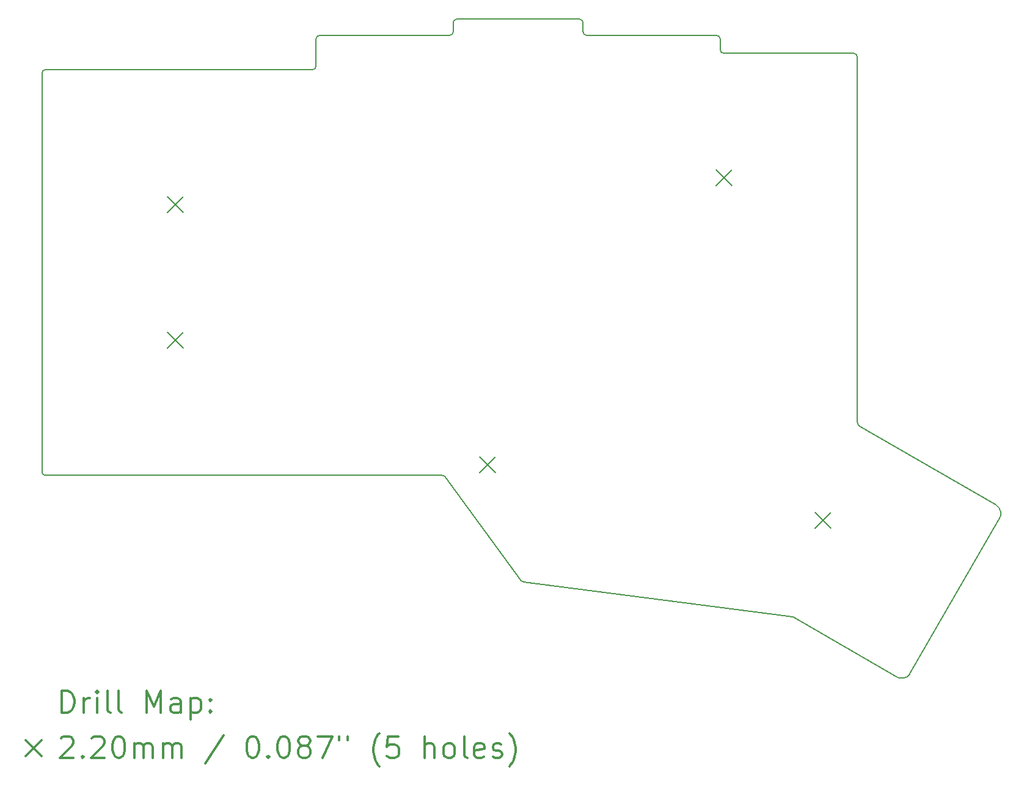
<source format=gbr>
%FSLAX45Y45*%
G04 Gerber Fmt 4.5, Leading zero omitted, Abs format (unit mm)*
G04 Created by KiCad (PCBNEW 5.1.5+dfsg1-2~bpo10+1) date 2020-09-05 17:28:51*
%MOMM*%
%LPD*%
G04 APERTURE LIST*
%TA.AperFunction,Profile*%
%ADD10C,0.150000*%
%TD*%
%ADD11C,0.200000*%
%ADD12C,0.300000*%
G04 APERTURE END LIST*
D10*
X17435000Y-11747500D02*
G75*
G02X17399728Y-11681019I49728J68981D01*
G01*
X19327051Y-12839699D02*
G75*
G02X19365000Y-13032500I-77051J-115301D01*
G01*
X19327051Y-12839699D02*
X17435000Y-11747500D01*
X18129726Y-15178146D02*
G75*
G02X17936925Y-15216096I-115301J77051D01*
G01*
X16442056Y-14377034D02*
G75*
G02X16507500Y-14390000I-33315J-339810D01*
G01*
X18129726Y-15178146D02*
X19365000Y-13032500D01*
X16507500Y-14390000D02*
X17936925Y-15216096D01*
X12775000Y-13900000D02*
X16442056Y-14377034D01*
X12739645Y-13885355D02*
G75*
G03X12775000Y-13900000I35355J35355D01*
G01*
X11685355Y-12439645D02*
X12739645Y-13885355D01*
X17400000Y-6625000D02*
X17399728Y-11681019D01*
X17400000Y-6625000D02*
G75*
G03X17350000Y-6575000I-50000J0D01*
G01*
X11685355Y-12439645D02*
G75*
G03X11650000Y-12425000I-35355J-35355D01*
G01*
X6100000Y-12375000D02*
G75*
G03X6150000Y-12425000I50000J0D01*
G01*
X6150000Y-6800000D02*
G75*
G03X6100000Y-6850000I0J-50000D01*
G01*
X9850000Y-6800000D02*
G75*
G03X9900000Y-6750000I0J50000D01*
G01*
X9950000Y-6325000D02*
G75*
G03X9900000Y-6375000I0J-50000D01*
G01*
X11750000Y-6325000D02*
G75*
G03X11800000Y-6275000I0J50000D01*
G01*
X11850000Y-6100000D02*
G75*
G03X11800000Y-6150000I0J-50000D01*
G01*
X13600000Y-6150000D02*
G75*
G03X13550000Y-6100000I-50000J0D01*
G01*
X13600000Y-6275000D02*
G75*
G03X13650000Y-6325000I50000J0D01*
G01*
X15500000Y-6375000D02*
G75*
G03X15450000Y-6325000I-50000J0D01*
G01*
X15500000Y-6525000D02*
G75*
G03X15550000Y-6575000I50000J0D01*
G01*
X11650000Y-12425000D02*
X6150000Y-12425000D01*
X6100000Y-6850000D02*
X6100000Y-12375000D01*
X9850000Y-6800000D02*
X6150000Y-6800000D01*
X9900000Y-6375000D02*
X9900000Y-6750000D01*
X11750000Y-6325000D02*
X9950000Y-6325000D01*
X11800000Y-6150000D02*
X11800000Y-6275000D01*
X13550000Y-6100000D02*
X11850000Y-6100000D01*
X13600000Y-6275000D02*
X13600000Y-6150000D01*
X15450000Y-6325000D02*
X13650000Y-6325000D01*
X15500000Y-6525000D02*
X15500000Y-6375000D01*
X17350000Y-6575000D02*
X15550000Y-6575000D01*
D11*
X12165000Y-12165000D02*
X12385000Y-12385000D01*
X12385000Y-12165000D02*
X12165000Y-12385000D01*
X7840000Y-8565000D02*
X8060000Y-8785000D01*
X8060000Y-8565000D02*
X7840000Y-8785000D01*
X15440000Y-8190000D02*
X15660000Y-8410000D01*
X15660000Y-8190000D02*
X15440000Y-8410000D01*
X16815000Y-12940000D02*
X17035000Y-13160000D01*
X17035000Y-12940000D02*
X16815000Y-13160000D01*
X7840000Y-10440000D02*
X8060000Y-10660000D01*
X8060000Y-10440000D02*
X7840000Y-10660000D01*
D12*
X6378928Y-15712987D02*
X6378928Y-15412987D01*
X6450357Y-15412987D01*
X6493214Y-15427272D01*
X6521786Y-15455844D01*
X6536071Y-15484415D01*
X6550357Y-15541558D01*
X6550357Y-15584415D01*
X6536071Y-15641558D01*
X6521786Y-15670129D01*
X6493214Y-15698701D01*
X6450357Y-15712987D01*
X6378928Y-15712987D01*
X6678928Y-15712987D02*
X6678928Y-15512987D01*
X6678928Y-15570129D02*
X6693214Y-15541558D01*
X6707500Y-15527272D01*
X6736071Y-15512987D01*
X6764643Y-15512987D01*
X6864643Y-15712987D02*
X6864643Y-15512987D01*
X6864643Y-15412987D02*
X6850357Y-15427272D01*
X6864643Y-15441558D01*
X6878928Y-15427272D01*
X6864643Y-15412987D01*
X6864643Y-15441558D01*
X7050357Y-15712987D02*
X7021786Y-15698701D01*
X7007500Y-15670129D01*
X7007500Y-15412987D01*
X7207500Y-15712987D02*
X7178928Y-15698701D01*
X7164643Y-15670129D01*
X7164643Y-15412987D01*
X7550357Y-15712987D02*
X7550357Y-15412987D01*
X7650357Y-15627272D01*
X7750357Y-15412987D01*
X7750357Y-15712987D01*
X8021786Y-15712987D02*
X8021786Y-15555844D01*
X8007500Y-15527272D01*
X7978928Y-15512987D01*
X7921786Y-15512987D01*
X7893214Y-15527272D01*
X8021786Y-15698701D02*
X7993214Y-15712987D01*
X7921786Y-15712987D01*
X7893214Y-15698701D01*
X7878928Y-15670129D01*
X7878928Y-15641558D01*
X7893214Y-15612987D01*
X7921786Y-15598701D01*
X7993214Y-15598701D01*
X8021786Y-15584415D01*
X8164643Y-15512987D02*
X8164643Y-15812987D01*
X8164643Y-15527272D02*
X8193214Y-15512987D01*
X8250357Y-15512987D01*
X8278928Y-15527272D01*
X8293214Y-15541558D01*
X8307500Y-15570129D01*
X8307500Y-15655844D01*
X8293214Y-15684415D01*
X8278928Y-15698701D01*
X8250357Y-15712987D01*
X8193214Y-15712987D01*
X8164643Y-15698701D01*
X8436071Y-15684415D02*
X8450357Y-15698701D01*
X8436071Y-15712987D01*
X8421786Y-15698701D01*
X8436071Y-15684415D01*
X8436071Y-15712987D01*
X8436071Y-15527272D02*
X8450357Y-15541558D01*
X8436071Y-15555844D01*
X8421786Y-15541558D01*
X8436071Y-15527272D01*
X8436071Y-15555844D01*
X5872500Y-16097272D02*
X6092500Y-16317272D01*
X6092500Y-16097272D02*
X5872500Y-16317272D01*
X6364643Y-16071558D02*
X6378928Y-16057272D01*
X6407500Y-16042987D01*
X6478928Y-16042987D01*
X6507500Y-16057272D01*
X6521786Y-16071558D01*
X6536071Y-16100129D01*
X6536071Y-16128701D01*
X6521786Y-16171558D01*
X6350357Y-16342987D01*
X6536071Y-16342987D01*
X6664643Y-16314415D02*
X6678928Y-16328701D01*
X6664643Y-16342987D01*
X6650357Y-16328701D01*
X6664643Y-16314415D01*
X6664643Y-16342987D01*
X6793214Y-16071558D02*
X6807500Y-16057272D01*
X6836071Y-16042987D01*
X6907500Y-16042987D01*
X6936071Y-16057272D01*
X6950357Y-16071558D01*
X6964643Y-16100129D01*
X6964643Y-16128701D01*
X6950357Y-16171558D01*
X6778928Y-16342987D01*
X6964643Y-16342987D01*
X7150357Y-16042987D02*
X7178928Y-16042987D01*
X7207500Y-16057272D01*
X7221786Y-16071558D01*
X7236071Y-16100129D01*
X7250357Y-16157272D01*
X7250357Y-16228701D01*
X7236071Y-16285844D01*
X7221786Y-16314415D01*
X7207500Y-16328701D01*
X7178928Y-16342987D01*
X7150357Y-16342987D01*
X7121786Y-16328701D01*
X7107500Y-16314415D01*
X7093214Y-16285844D01*
X7078928Y-16228701D01*
X7078928Y-16157272D01*
X7093214Y-16100129D01*
X7107500Y-16071558D01*
X7121786Y-16057272D01*
X7150357Y-16042987D01*
X7378928Y-16342987D02*
X7378928Y-16142987D01*
X7378928Y-16171558D02*
X7393214Y-16157272D01*
X7421786Y-16142987D01*
X7464643Y-16142987D01*
X7493214Y-16157272D01*
X7507500Y-16185844D01*
X7507500Y-16342987D01*
X7507500Y-16185844D02*
X7521786Y-16157272D01*
X7550357Y-16142987D01*
X7593214Y-16142987D01*
X7621786Y-16157272D01*
X7636071Y-16185844D01*
X7636071Y-16342987D01*
X7778928Y-16342987D02*
X7778928Y-16142987D01*
X7778928Y-16171558D02*
X7793214Y-16157272D01*
X7821786Y-16142987D01*
X7864643Y-16142987D01*
X7893214Y-16157272D01*
X7907500Y-16185844D01*
X7907500Y-16342987D01*
X7907500Y-16185844D02*
X7921786Y-16157272D01*
X7950357Y-16142987D01*
X7993214Y-16142987D01*
X8021786Y-16157272D01*
X8036071Y-16185844D01*
X8036071Y-16342987D01*
X8621786Y-16028701D02*
X8364643Y-16414415D01*
X9007500Y-16042987D02*
X9036071Y-16042987D01*
X9064643Y-16057272D01*
X9078928Y-16071558D01*
X9093214Y-16100129D01*
X9107500Y-16157272D01*
X9107500Y-16228701D01*
X9093214Y-16285844D01*
X9078928Y-16314415D01*
X9064643Y-16328701D01*
X9036071Y-16342987D01*
X9007500Y-16342987D01*
X8978928Y-16328701D01*
X8964643Y-16314415D01*
X8950357Y-16285844D01*
X8936071Y-16228701D01*
X8936071Y-16157272D01*
X8950357Y-16100129D01*
X8964643Y-16071558D01*
X8978928Y-16057272D01*
X9007500Y-16042987D01*
X9236071Y-16314415D02*
X9250357Y-16328701D01*
X9236071Y-16342987D01*
X9221786Y-16328701D01*
X9236071Y-16314415D01*
X9236071Y-16342987D01*
X9436071Y-16042987D02*
X9464643Y-16042987D01*
X9493214Y-16057272D01*
X9507500Y-16071558D01*
X9521786Y-16100129D01*
X9536071Y-16157272D01*
X9536071Y-16228701D01*
X9521786Y-16285844D01*
X9507500Y-16314415D01*
X9493214Y-16328701D01*
X9464643Y-16342987D01*
X9436071Y-16342987D01*
X9407500Y-16328701D01*
X9393214Y-16314415D01*
X9378928Y-16285844D01*
X9364643Y-16228701D01*
X9364643Y-16157272D01*
X9378928Y-16100129D01*
X9393214Y-16071558D01*
X9407500Y-16057272D01*
X9436071Y-16042987D01*
X9707500Y-16171558D02*
X9678928Y-16157272D01*
X9664643Y-16142987D01*
X9650357Y-16114415D01*
X9650357Y-16100129D01*
X9664643Y-16071558D01*
X9678928Y-16057272D01*
X9707500Y-16042987D01*
X9764643Y-16042987D01*
X9793214Y-16057272D01*
X9807500Y-16071558D01*
X9821786Y-16100129D01*
X9821786Y-16114415D01*
X9807500Y-16142987D01*
X9793214Y-16157272D01*
X9764643Y-16171558D01*
X9707500Y-16171558D01*
X9678928Y-16185844D01*
X9664643Y-16200129D01*
X9650357Y-16228701D01*
X9650357Y-16285844D01*
X9664643Y-16314415D01*
X9678928Y-16328701D01*
X9707500Y-16342987D01*
X9764643Y-16342987D01*
X9793214Y-16328701D01*
X9807500Y-16314415D01*
X9821786Y-16285844D01*
X9821786Y-16228701D01*
X9807500Y-16200129D01*
X9793214Y-16185844D01*
X9764643Y-16171558D01*
X9921786Y-16042987D02*
X10121786Y-16042987D01*
X9993214Y-16342987D01*
X10221786Y-16042987D02*
X10221786Y-16100129D01*
X10336071Y-16042987D02*
X10336071Y-16100129D01*
X10778928Y-16457272D02*
X10764643Y-16442987D01*
X10736071Y-16400129D01*
X10721786Y-16371558D01*
X10707500Y-16328701D01*
X10693214Y-16257272D01*
X10693214Y-16200129D01*
X10707500Y-16128701D01*
X10721786Y-16085844D01*
X10736071Y-16057272D01*
X10764643Y-16014415D01*
X10778928Y-16000129D01*
X11036071Y-16042987D02*
X10893214Y-16042987D01*
X10878928Y-16185844D01*
X10893214Y-16171558D01*
X10921786Y-16157272D01*
X10993214Y-16157272D01*
X11021786Y-16171558D01*
X11036071Y-16185844D01*
X11050357Y-16214415D01*
X11050357Y-16285844D01*
X11036071Y-16314415D01*
X11021786Y-16328701D01*
X10993214Y-16342987D01*
X10921786Y-16342987D01*
X10893214Y-16328701D01*
X10878928Y-16314415D01*
X11407500Y-16342987D02*
X11407500Y-16042987D01*
X11536071Y-16342987D02*
X11536071Y-16185844D01*
X11521786Y-16157272D01*
X11493214Y-16142987D01*
X11450357Y-16142987D01*
X11421786Y-16157272D01*
X11407500Y-16171558D01*
X11721786Y-16342987D02*
X11693214Y-16328701D01*
X11678928Y-16314415D01*
X11664643Y-16285844D01*
X11664643Y-16200129D01*
X11678928Y-16171558D01*
X11693214Y-16157272D01*
X11721786Y-16142987D01*
X11764643Y-16142987D01*
X11793214Y-16157272D01*
X11807500Y-16171558D01*
X11821786Y-16200129D01*
X11821786Y-16285844D01*
X11807500Y-16314415D01*
X11793214Y-16328701D01*
X11764643Y-16342987D01*
X11721786Y-16342987D01*
X11993214Y-16342987D02*
X11964643Y-16328701D01*
X11950357Y-16300129D01*
X11950357Y-16042987D01*
X12221786Y-16328701D02*
X12193214Y-16342987D01*
X12136071Y-16342987D01*
X12107500Y-16328701D01*
X12093214Y-16300129D01*
X12093214Y-16185844D01*
X12107500Y-16157272D01*
X12136071Y-16142987D01*
X12193214Y-16142987D01*
X12221786Y-16157272D01*
X12236071Y-16185844D01*
X12236071Y-16214415D01*
X12093214Y-16242987D01*
X12350357Y-16328701D02*
X12378928Y-16342987D01*
X12436071Y-16342987D01*
X12464643Y-16328701D01*
X12478928Y-16300129D01*
X12478928Y-16285844D01*
X12464643Y-16257272D01*
X12436071Y-16242987D01*
X12393214Y-16242987D01*
X12364643Y-16228701D01*
X12350357Y-16200129D01*
X12350357Y-16185844D01*
X12364643Y-16157272D01*
X12393214Y-16142987D01*
X12436071Y-16142987D01*
X12464643Y-16157272D01*
X12578928Y-16457272D02*
X12593214Y-16442987D01*
X12621786Y-16400129D01*
X12636071Y-16371558D01*
X12650357Y-16328701D01*
X12664643Y-16257272D01*
X12664643Y-16200129D01*
X12650357Y-16128701D01*
X12636071Y-16085844D01*
X12621786Y-16057272D01*
X12593214Y-16014415D01*
X12578928Y-16000129D01*
M02*

</source>
